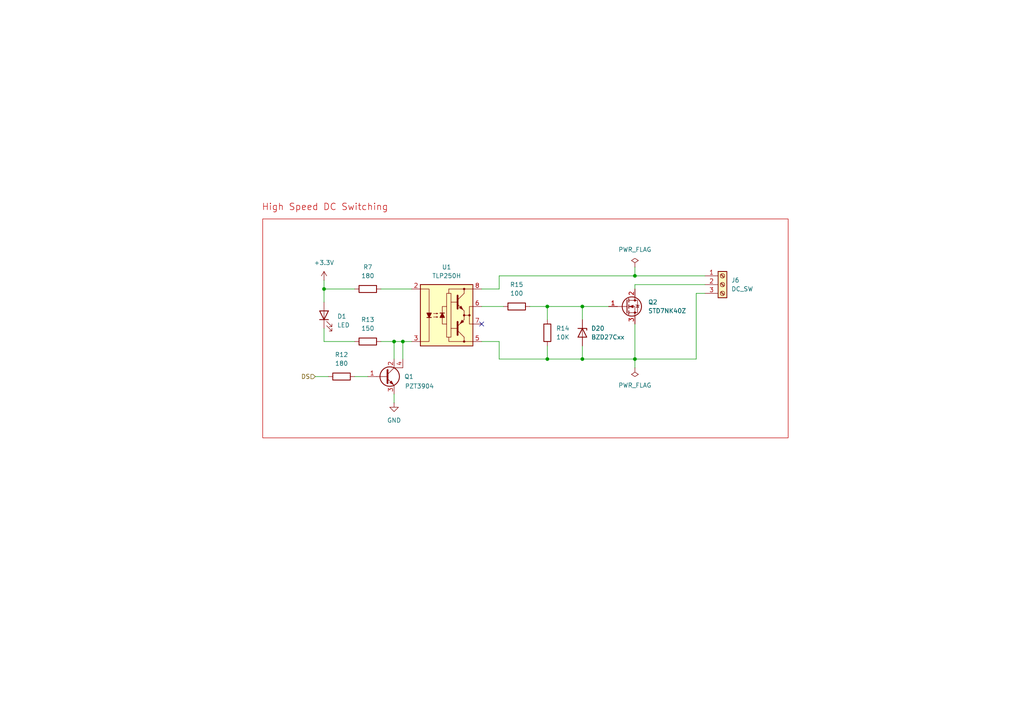
<source format=kicad_sch>
(kicad_sch (version 20250114) (generator "eeschema") (generator_version "9.0")
  (paper "A4")
  (lib_symbols
    (symbol "Connector:Screw_Terminal_01x03" (pin_names (offset 1.016) (hide yes))
      (property "Reference" "J" (at 0 5.08 0))
      (property "Value" "Screw_Terminal_01x03" (at 0 -5.08 0))
      (symbol "Screw_Terminal_01x03_1_1"
        (rectangle (start -1.27 3.81) (end 1.27 -3.81) (stroke (width 0.254)) (fill (type background)))
        (polyline (pts (xy -0.5334 2.8702) (xy 0.3302 2.032)) (stroke (width 0.1524)))
        (polyline (pts (xy -0.5334 0.3302) (xy 0.3302 -0.508)) (stroke (width 0.1524)))
        (polyline (pts (xy -0.5334 -2.2098) (xy 0.3302 -3.048)) (stroke (width 0.1524)))
        (polyline (pts (xy -0.3556 3.048) (xy 0.508 2.2098)) (stroke (width 0.1524)))
        (polyline (pts (xy -0.3556 0.508) (xy 0.508 -0.3302)) (stroke (width 0.1524)))
        (polyline (pts (xy -0.3556 -2.032) (xy 0.508 -2.8702)) (stroke (width 0.1524)))
        (circle (center 0 2.54) (radius 0.635) (stroke (width 0.1524)))
        (circle (center 0 0) (radius 0.635) (stroke (width 0.1524)))
        (circle (center 0 -2.54) (radius 0.635) (stroke (width 0.1524)))
        (pin passive line (at -5.08 2.54 0) (length 3.81) (name "Pin_1") (number "1"))
        (pin passive line (at -5.08 0 0) (length 3.81) (name "Pin_2") (number "2"))
        (pin passive line (at -5.08 -2.54 0) (length 3.81) (name "Pin_3") (number "3"))
      )
    )
    (symbol "Device:LED" (pin_numbers (hide yes)) (pin_names (offset 1.016) (hide yes))
      (property "Reference" "D" (at 0 2.54 0))
      (property "Value" "LED" (at 0 -2.54 0))
      (symbol "LED_0_1"
        (polyline (pts (xy -3.048 -0.762) (xy -4.572 -2.286) (xy -3.81 -2.286) (xy -4.572 -2.286) (xy -4.572 -1.524)))
        (polyline (pts (xy -1.778 -0.762) (xy -3.302 -2.286) (xy -2.54 -2.286) (xy -3.302 -2.286) (xy -3.302 -1.524)))
        (polyline (pts (xy -1.27 0) (xy 1.27 0)))
        (polyline (pts (xy -1.27 -1.27) (xy -1.27 1.27)) (stroke (width 0.254)))
        (polyline (pts (xy 1.27 -1.27) (xy 1.27 1.27) (xy -1.27 0) (xy 1.27 -1.27)) (stroke (width 0.254)))
      )
      (symbol "LED_1_1"
        (pin passive line (at -3.81 0 0) (length 2.54) (name "K") (number "1"))
        (pin passive line (at 3.81 0 180) (length 2.54) (name "A") (number "2"))
      )
    )
    (symbol "Device:R" (pin_numbers (hide yes)) (pin_names (offset 0))
      (property "Reference" "R" (at 2.032 0 90))
      (property "Value" "R" (at 0 0 90))
      (symbol "R_0_1"
        (rectangle (start -1.016 -2.54) (end 1.016 2.54) (stroke (width 0.254)))
      )
      (symbol "R_1_1"
        (pin passive line (at 0 3.81 270) (length 1.27) (name "~") (number "1"))
        (pin passive line (at 0 -3.81 90) (length 1.27) (name "~") (number "2"))
      )
    )
    (symbol "Diode:BZD27Cxx" (pin_numbers (hide yes)) (pin_names (hide yes))
      (property "Reference" "D" (at 0 2.54 0))
      (property "Value" "BZD27Cxx" (at 0 -2.54 0))
      (symbol "BZD27Cxx_0_1"
        (polyline (pts (xy -1.27 -1.27) (xy -1.27 1.27) (xy -0.762 1.27)) (stroke (width 0.254)))
        (polyline (pts (xy 1.27 0) (xy -1.27 0)))
        (polyline (pts (xy 1.27 -1.27) (xy 1.27 1.27) (xy -1.27 0) (xy 1.27 -1.27)) (stroke (width 0.254)))
      )
      (symbol "BZD27Cxx_1_1"
        (pin passive line (at -3.81 0 0) (length 2.54) (name "K") (number "1"))
        (pin passive line (at 3.81 0 180) (length 2.54) (name "A") (number "2"))
      )
    )
    (symbol "Driver_FET:TLP250" (pin_names (hide yes))
      (property "Reference" "U" (at 0 12.7 0))
      (property "Value" "TLP250" (at 0 10.16 0))
      (symbol "TLP250_0_1"
        (rectangle (start -7.62 8.89) (end 7.62 -8.89) (stroke (width 0.254)) (fill (type background)))
        (polyline (pts (xy -7.62 7.62) (xy -5.08 7.62) (xy -5.08 -7.62) (xy -7.62 -7.62)))
        (polyline (pts (xy -5.715 -0.635) (xy -4.445 -0.635)) (stroke (width 0.254)))
        (polyline (pts (xy -5.08 -0.635) (xy -5.715 0.635) (xy -4.445 0.635) (xy -5.08 -0.635)) (stroke (width 0.254)) (fill (type outline)))
        (polyline (pts (xy -3.81 0.508) (xy -2.54 0.508) (xy -2.921 0.381) (xy -2.921 0.635) (xy -2.54 0.508)))
        (polyline (pts (xy -3.81 -0.508) (xy -2.54 -0.508) (xy -2.921 -0.635) (xy -2.921 -0.381) (xy -2.54 -0.508)))
        (polyline (pts (xy -1.27 0.635) (xy -1.27 2.54) (xy 0 2.54)))
        (polyline (pts (xy -1.27 0.635) (xy -0.635 -0.635) (xy -1.905 -0.635) (xy -1.27 0.635)) (stroke (width 0.254)) (fill (type outline)))
        (polyline (pts (xy -1.27 -0.635) (xy -1.27 -2.54) (xy 0 -2.54)))
        (polyline (pts (xy -0.635 0.635) (xy -1.905 0.635)) (stroke (width 0.254)))
        (rectangle (start 0.635 6.35) (end 0.635 7.62))
        (rectangle (start 0.635 6.35) (end 0.635 6.35))
        (polyline (pts (xy 0.635 -6.35) (xy 0.635 -7.62) (xy 7.62 -7.62)))
        (polyline (pts (xy 1.27 6.35) (xy 1.27 -6.35) (xy 0 -6.35) (xy 0 6.35) (xy 1.27 6.35)))
        (polyline (pts (xy 3.048 3.81) (xy 1.27 3.81)))
        (polyline (pts (xy 3.048 -3.81) (xy 1.27 -3.81)))
        (polyline (pts (xy 3.175 5.715) (xy 3.175 1.905) (xy 3.175 1.905)) (stroke (width 0.508)))
        (polyline (pts (xy 3.175 4.445) (xy 5.08 6.35)))
        (polyline (pts (xy 3.175 -4.445) (xy 5.08 -6.35)))
        (polyline (pts (xy 3.175 -5.715) (xy 3.175 -1.905) (xy 3.175 -1.905)) (stroke (width 0.508)))
        (polyline (pts (xy 3.683 2.159) (xy 4.191 2.667) (xy 4.699 1.651) (xy 3.683 2.159) (xy 3.683 2.159)) (fill (type outline)))
        (polyline (pts (xy 4.953 -1.905) (xy 4.445 -1.397) (xy 3.937 -2.413) (xy 4.953 -1.905) (xy 4.953 -1.905)) (fill (type outline)))
        (circle (center 5.08 7.62) (radius 0.254) (fill (type outline)))
        (polyline (pts (xy 5.08 6.35) (xy 5.08 7.62)))
        (polyline (pts (xy 5.08 1.27) (xy 3.175 3.175)) (fill (type outline)))
        (rectangle (start 5.08 1.27) (end 5.08 -1.27))
        (polyline (pts (xy 5.08 0) (xy 6.604 0)))
        (circle (center 5.08 0) (radius 0.254) (fill (type outline)))
        (polyline (pts (xy 5.08 -1.27) (xy 3.175 -3.175)) (fill (type outline)))
        (polyline (pts (xy 5.08 -6.35) (xy 5.08 -7.62)))
        (circle (center 5.08 -7.62) (radius 0.254) (fill (type outline)))
        (circle (center 6.604 0) (radius 0.254) (fill (type outline)))
        (polyline (pts (xy 7.62 7.62) (xy 0.635 7.62)))
        (polyline (pts (xy 7.62 2.54) (xy 6.604 2.54) (xy 6.604 -2.54) (xy 7.62 -2.54)))
      )
      (symbol "TLP250_1_1"
        (pin passive line (at -10.16 7.62 0) (length 2.54) (name "A") (number "2"))
        (pin passive line (at -10.16 -7.62 0) (length 2.54) (name "C") (number "3"))
        (pin no_connect line (at -7.62 2.54 0) (length 2.54) (hide yes) (name "NC") (number "1"))
        (pin no_connect line (at -7.62 -2.54 0) (length 2.54) (hide yes) (name "NC") (number "4"))
        (pin power_in line (at 10.16 7.62 180) (length 2.54) (name "VCC") (number "8"))
        (pin output line (at 10.16 2.54 180) (length 2.54) (name "VO") (number "6"))
        (pin output line (at 10.16 -2.54 180) (length 2.54) (name "VO") (number "7"))
        (pin power_in line (at 10.16 -7.62 180) (length 2.54) (name "VEE") (number "5"))
      )
    )
    (symbol "Transistor_BJT:PZT3904" (pin_names (offset 0) (hide yes))
      (property "Reference" "Q" (at 5.08 1.905 0))
      (property "Value" "PZT3904" (at 5.08 0 0))
      (symbol "PZT3904_0_1"
        (polyline (pts (xy -2.54 0) (xy 0.635 0)))
        (polyline (pts (xy 0.635 1.905) (xy 0.635 -1.905)) (stroke (width 0.508)))
        (circle (center 1.27 0) (radius 2.8194) (stroke (width 0.254)))
        (polyline (pts (xy 2.54 2.54) (xy 5.08 2.54)))
      )
      (symbol "PZT3904_1_1"
        (polyline (pts (xy 0.635 0.635) (xy 2.54 2.54)))
        (polyline (pts (xy 0.635 -0.635) (xy 2.54 -2.54)))
        (polyline (pts (xy 1.27 -1.778) (xy 1.778 -1.27) (xy 2.286 -2.286) (xy 1.27 -1.778)) (fill (type outline)))
        (pin input line (at -5.08 0 0) (length 2.54) (name "B") (number "1"))
        (pin passive line (at 2.54 5.08 270) (length 2.54) (name "C") (number "2"))
        (pin passive line (at 2.54 -5.08 90) (length 2.54) (name "E") (number "3"))
        (pin passive line (at 5.08 5.08 270) (length 2.54) (name "C") (number "4"))
      )
    )
    (symbol "Transistor_FET:STD7NK40Z" (pin_names (hide yes))
      (property "Reference" "Q" (at 5.08 1.905 0))
      (property "Value" "STD7NK40Z" (at 5.08 0 0))
      (symbol "STD7NK40Z_0_1"
        (polyline (pts (xy 0.254 1.905) (xy 0.254 -1.905)) (stroke (width 0.254)))
        (polyline (pts (xy 0.254 0) (xy -2.54 0)))
        (polyline (pts (xy 0.762 2.286) (xy 0.762 1.27)) (stroke (width 0.254)))
        (polyline (pts (xy 0.762 0.508) (xy 0.762 -0.508)) (stroke (width 0.254)))
        (polyline (pts (xy 0.762 -1.27) (xy 0.762 -2.286)) (stroke (width 0.254)))
        (polyline (pts (xy 0.762 -1.778) (xy 3.302 -1.778) (xy 3.302 1.778) (xy 0.762 1.778)))
        (polyline (pts (xy 1.016 0) (xy 2.032 0.381) (xy 2.032 -0.381) (xy 1.016 0)) (fill (type outline)))
        (circle (center 1.651 0) (radius 2.794) (stroke (width 0.254)))
        (polyline (pts (xy 2.54 2.54) (xy 2.54 1.778)))
        (circle (center 2.54 1.778) (radius 0.254) (fill (type outline)))
        (circle (center 2.54 -1.778) (radius 0.254) (fill (type outline)))
        (polyline (pts (xy 2.54 -2.54) (xy 2.54 0) (xy 0.762 0)))
        (polyline (pts (xy 2.794 0.508) (xy 2.921 0.381) (xy 3.683 0.381) (xy 3.81 0.254)))
        (polyline (pts (xy 3.302 0.381) (xy 2.921 -0.254) (xy 3.683 -0.254) (xy 3.302 0.381)))
      )
      (symbol "STD7NK40Z_1_1"
        (pin passive line (at -5.08 0 0) (length 2.54) (name "G") (number "1"))
        (pin passive line (at 2.54 5.08 270) (length 2.54) (name "D") (number "2"))
        (pin passive line (at 2.54 -5.08 90) (length 2.54) (name "S") (number "3"))
      )
    )
    (symbol "power:+3.3V" (power) (pin_numbers (hide yes)) (pin_names (offset 0) (hide yes))
      (property "Value" "+3.3V" (at 0 3.556 0))
      (symbol "+3.3V_0_1"
        (polyline (pts (xy -0.762 1.27) (xy 0 2.54)))
        (polyline (pts (xy 0 2.54) (xy 0.762 1.27)))
        (polyline (pts (xy 0 0) (xy 0 2.54)))
      )
      (symbol "+3.3V_1_1"
        (pin power_in line (at 0 0 90) (length 0) (name "~") (number "1"))
      )
    )
    (symbol "power:GND" (power) (pin_numbers (hide yes)) (pin_names (offset 0) (hide yes))
      (property "Value" "GND" (at 0 -3.81 0))
      (symbol "GND_0_1"
        (polyline (pts (xy 0 0) (xy 0 -1.27) (xy 1.27 -1.27) (xy 0 -2.54) (xy -1.27 -1.27) (xy 0 -1.27)))
      )
      (symbol "GND_1_1"
        (pin power_in line (at 0 0 270) (length 0) (name "~") (number "1"))
      )
    )
    (symbol "power:PWR_FLAG" (power) (pin_numbers (hide yes)) (pin_names (offset 0) (hide yes))
      (property "Value" "PWR_FLAG" (at 0 3.81 0))
      (symbol "PWR_FLAG_0_0"
        (pin power_out line (at 0 0 90) (length 0) (name "~") (number "1"))
      )
      (symbol "PWR_FLAG_0_1"
        (polyline (pts (xy 0 0) (xy 0 1.27) (xy -1.016 1.905) (xy 0 2.54) (xy 1.016 1.905) (xy 0 1.27)))
      )
    )
  )
  (rectangle (start 76.2 63.5) (end 228.6 127) (stroke (width 0) (color 194 0 0 1)))
  (text "High Speed DC Switching " (at 94.996 60.198 0) (effects (font (size 1.905 1.905))))
  (junction (at 158.75 88.9))
  (junction (at 168.91 88.9))
  (junction (at 116.84 99.06))
  (junction (at 168.91 104.14))
  (junction (at 184.15 80.01))
  (junction (at 158.75 104.14))
  (junction (at 93.98 83.82))
  (junction (at 184.15 104.14))
  (junction (at 114.3 99.06))
  (no_connect (at 139.7 93.98))
  (wire (pts (xy 93.98 95.25) (xy 93.98 99.06)))
  (wire (pts (xy 114.3 114.3) (xy 114.3 116.84)))
  (wire (pts (xy 184.15 77.47) (xy 184.15 80.01)))
  (wire (pts (xy 158.75 88.9) (xy 168.91 88.9)))
  (wire (pts (xy 184.15 80.01) (xy 204.47 80.01)))
  (wire (pts (xy 168.91 88.9) (xy 176.53 88.9)))
  (wire (pts (xy 184.15 104.14) (xy 184.15 106.68)))
  (wire (pts (xy 114.3 99.06) (xy 114.3 104.14)))
  (wire (pts (xy 184.15 82.55) (xy 184.15 83.82)))
  (wire (pts (xy 116.84 99.06) (xy 114.3 99.06)))
  (wire (pts (xy 93.98 83.82) (xy 102.87 83.82)))
  (wire (pts (xy 144.78 83.82) (xy 139.7 83.82)))
  (wire (pts (xy 144.78 80.01) (xy 184.15 80.01)))
  (wire (pts (xy 93.98 81.28) (xy 93.98 83.82)))
  (wire (pts (xy 184.15 93.98) (xy 184.15 104.14)))
  (wire (pts (xy 102.87 109.22) (xy 106.68 109.22)))
  (wire (pts (xy 91.44 109.22) (xy 95.25 109.22)))
  (wire (pts (xy 110.49 99.06) (xy 114.3 99.06)))
  (wire (pts (xy 158.75 88.9) (xy 158.75 92.71)))
  (wire (pts (xy 201.93 85.09) (xy 204.47 85.09)))
  (wire (pts (xy 93.98 99.06) (xy 102.87 99.06)))
  (wire (pts (xy 168.91 104.14) (xy 184.15 104.14)))
  (wire (pts (xy 110.49 83.82) (xy 119.38 83.82)))
  (wire (pts (xy 184.15 104.14) (xy 201.93 104.14)))
  (wire (pts (xy 116.84 99.06) (xy 116.84 104.14)))
  (wire (pts (xy 144.78 99.06) (xy 139.7 99.06)))
  (wire (pts (xy 144.78 104.14) (xy 158.75 104.14)))
  (wire (pts (xy 201.93 104.14) (xy 201.93 85.09)))
  (wire (pts (xy 168.91 88.9) (xy 168.91 92.71)))
  (wire (pts (xy 144.78 104.14) (xy 144.78 99.06)))
  (wire (pts (xy 93.98 83.82) (xy 93.98 87.63)))
  (wire (pts (xy 119.38 99.06) (xy 116.84 99.06)))
  (wire (pts (xy 158.75 100.33) (xy 158.75 104.14)))
  (wire (pts (xy 184.15 82.55) (xy 204.47 82.55)))
  (wire (pts (xy 139.7 88.9) (xy 146.05 88.9)))
  (wire (pts (xy 144.78 80.01) (xy 144.78 83.82)))
  (wire (pts (xy 158.75 104.14) (xy 168.91 104.14)))
  (wire (pts (xy 153.67 88.9) (xy 158.75 88.9)))
  (wire (pts (xy 168.91 100.33) (xy 168.91 104.14)))
  (hierarchical_label "DS" (shape input) (at 91.44 109.22 180))
  (symbol (lib_id "Device:R") (at 149.86 88.9 90) (unit 1)
    (property "Reference" "R15" (at 149.86 82.55 90))
    (property "Value" "100" (at 149.86 85.09 90))
    (property "Footprint" "Custom_footprints:Yageo RC_L 1206" (effects (hide yes)))
    (property "Description" "Resistor" (effects (hide yes)))
    (instances (project "ac_switching" (path "" (reference "R15") (unit 1)) (path "" (reference "R44") (unit 1)) (path "" (reference "R25") (unit 1))))
  )
  (symbol (lib_id "Transistor_BJT:PZT3904") (at 111.76 109.22 0) (unit 1)
    (property "Reference" "Q1" (at 118.618 109.22 0))
    (property "Value" "PZT3904" (at 121.666 112.014 0))
    (property "Footprint" "Package_TO_SOT_SMD:SOT-223" (effects (hide yes)))
    (property "Datasheet" "https://www.onsemi.com/pdf/datasheet/pzt3904-d.pdf" (effects (hide yes)))
    (property "Description" "0.2A Ic, 40V Vce, Small Signal NPN Transistor, SOT-223" (effects (hide yes)))
    (instances (project "ac_switching" (path "" (reference "Q1") (unit 1)) (path "" (reference "Q10") (unit 1)) (path "" (reference "Q4") (unit 1))))
  )
  (symbol (lib_id "Device:R") (at 106.68 83.82 90) (unit 1)
    (property "Reference" "R7" (at 106.68 77.47 90))
    (property "Value" "180" (at 106.68 80.01 90))
    (property "Footprint" "Custom_footprints:Yageo RC_L 1206" (effects (hide yes)))
    (property "Description" "Resistor" (effects (hide yes)))
    (instances (project "ac_switching" (path "" (reference "R7") (unit 1)) (path "" (reference "R45") (unit 1)) (path "" (reference "R16") (unit 1))))
  )
  (symbol (lib_id "Transistor_FET:STD7NK40Z") (at 181.61 88.9 0) (unit 1)
    (property "Reference" "Q2" (at 187.96 87.6299 0) (effects (justify left)))
    (property "Value" "STD7NK40Z" (at 187.96 90.1699 0) (effects (justify left)))
    (property "Footprint" "Package_TO_SOT_SMD:TO-252-2" (effects (hide yes)))
    (property "Datasheet" "https://www.st.com/resource/en/datasheet/std7nk40zt4.pdf" (effects (hide yes)))
    (property "Description" "5.4A Id, 400V Vds, N-Channel MOSFET, 1Ohm Ron, DPAK" (effects (hide yes)))
    (instances (project "ac_switching" (path "" (reference "Q2") (unit 1)) (path "" (reference "Q11") (unit 1)) (path "" (reference "Q5") (unit 1))))
  )
  (symbol (lib_id "Device:LED") (at 93.98 91.44 90) (unit 1)
    (property "Reference" "D1" (at 97.79 91.7574 90) (effects (justify right)))
    (property "Value" "LED" (at 97.79 94.2974 90) (effects (justify right)))
    (property "Footprint" "Custom_footprints:Lite On LTST-C150" (effects (hide yes)))
    (property "Description" "Light emitting diode" (effects (hide yes)))
    (property "Sim.Pins" "1=K 2=A" (effects (hide yes)))
    (instances (project "ac_switching" (path "" (reference "D1") (unit 1)) (path "" (reference "D16") (unit 1)) (path "" (reference "D8") (unit 1))))
  )
  (symbol (lib_id "Device:R") (at 158.75 96.52 0) (unit 1)
    (property "Reference" "R14" (at 161.29 95.2499 0) (effects (justify left)))
    (property "Value" "10K" (at 161.29 97.7899 0) (effects (justify left)))
    (property "Footprint" "Custom_footprints:Yageo RC_L 1206" (effects (hide yes)))
    (property "Description" "Resistor" (effects (hide yes)))
    (instances (project "ac_switching" (path "" (reference "R14") (unit 1)) (path "" (reference "R43") (unit 1)) (path "" (reference "R26") (unit 1))))
  )
  (symbol (lib_id "power:PWR_FLAG") (at 184.15 77.47 0) (unit 1)
    (property "Reference" "#FLG03" (effects (hide yes)))
    (property "Value" "PWR_FLAG" (at 184.15 72.39 0))
    (property "Description" "Special symbol for telling ERC where power comes from" (effects (hide yes)))
    (instances (project "ac_switching" (path "" (reference "#FLG03") (unit 1)) (path "" (reference "#FLG07") (unit 1)) (path "" (reference "#FLG05") (unit 1))))
  )
  (symbol (lib_id "power:GND") (at 114.3 116.84 0) (unit 1)
    (property "Reference" "#PWR015" (effects (hide yes)))
    (property "Value" "GND" (at 114.3 121.92 0))
    (property "Description" "Power symbol creates a global label with name \"GND\" , ground" (effects (hide yes)))
    (instances (project "ac_switching" (path "" (reference "#PWR015") (unit 1)) (path "" (reference "#PWR025") (unit 1)) (path "" (reference "#PWR023") (unit 1))))
  )
  (symbol (lib_id "Connector:Screw_Terminal_01x03") (at 209.55 82.55 0) (unit 1)
    (property "Reference" "J6" (at 212.09 81.2799 0) (effects (justify left)))
    (property "Value" "DC_SW" (at 212.09 83.8199 0) (effects (justify left)))
    (property "Footprint" "Custom_footprints:TerminalBlock_bornier-3_P5.08mm" (effects (hide yes)))
    (property "Description" "Generic screw terminal, single row, 01x03, script generated (kicad-library-utils/schlib/autogen/connector/)" (effects (hide yes)))
    (instances (project "ac_switching" (path "" (reference "J6") (unit 1)) (path "" (reference "J10") (unit 1)) (path "" (reference "J8") (unit 1))))
  )
  (symbol (lib_id "Device:R") (at 106.68 99.06 270) (unit 1)
    (property "Reference" "R13" (at 106.68 92.71 90))
    (property "Value" "150" (at 106.68 95.25 90))
    (property "Footprint" "Custom_footprints:Yageo RC_L 1206" (effects (hide yes)))
    (property "Description" "Resistor" (effects (hide yes)))
    (instances (project "ac_switching" (path "" (reference "R13") (unit 1)) (path "" (reference "R42") (unit 1)) (path "" (reference "R24") (unit 1))))
  )
  (symbol (lib_id "Device:R") (at 99.06 109.22 270) (unit 1)
    (property "Reference" "R12" (at 99.06 102.87 90))
    (property "Value" "180" (at 99.06 105.41 90))
    (property "Footprint" "Custom_footprints:Yageo RC_L 1206" (effects (hide yes)))
    (property "Description" "Resistor" (effects (hide yes)))
    (instances (project "ac_switching" (path "" (reference "R12") (unit 1)) (path "" (reference "R41") (unit 1)) (path "" (reference "R23") (unit 1))))
  )
  (symbol (lib_id "Diode:BZD27Cxx") (at 168.91 96.52 270) (unit 1)
    (property "Reference" "D20" (at 171.45 95.2499 90) (effects (justify left)))
    (property "Value" "BZD27Cxx" (at 171.45 97.7899 90) (effects (justify left)))
    (property "Footprint" "Diode_SMD:D_SMF" (effects (hide yes)))
    (property "Datasheet" "https://www.vishay.com/docs/85153/bzd27series.pdf" (effects (hide yes)))
    (property "Description" "800mW Zener Diode, 3.6-200V, SMF" (effects (hide yes)))
    (instances (project "ac_switching" (path "" (reference "D20") (unit 1)) (path "" (reference "D22") (unit 1)) (path "" (reference "D21") (unit 1))))
  )
  (symbol (lib_id "Driver_FET:TLP250") (at 129.54 91.44 0) (unit 1)
    (property "Reference" "U1" (at 129.54 77.47 0))
    (property "Value" "TLP250H" (at 129.54 80.01 0))
    (property "Footprint" "Package_DIP:DIP-8_W7.62mm" (effects (hide yes)))
    (property "Datasheet" "http://toshiba.semicon-storage.com/info/docget.jsp?did=16821&prodName=TLP250" (effects (hide yes)))
    (property "Description" "Gate Drive Optocoupler, Output Current 1.5/1.5A, DIP-8" (effects (hide yes)))
    (instances (project "ac_switching" (path "" (reference "U1") (unit 1)) (path "" (reference "U8") (unit 1)) (path "" (reference "U3") (unit 1))))
  )
  (symbol (lib_id "power:+3.3V") (at 93.98 81.28 0) (unit 1)
    (property "Reference" "#PWR014" (effects (hide yes)))
    (property "Value" "+3.3V" (at 93.98 76.2 0))
    (property "Description" "Power symbol creates a global label with name \"+3.3V\"" (effects (hide yes)))
    (instances (project "ac_switching" (path "" (reference "#PWR014") (unit 1)) (path "" (reference "#PWR024") (unit 1)) (path "" (reference "#PWR022") (unit 1))))
  )
  (symbol (lib_id "power:PWR_FLAG") (at 184.15 106.68 180) (unit 1)
    (property "Reference" "#FLG04" (effects (hide yes)))
    (property "Value" "PWR_FLAG" (at 184.15 111.76 0))
    (property "Description" "Special symbol for telling ERC where power comes from" (effects (hide yes)))
    (instances (project "ac_switching" (path "" (reference "#FLG04") (unit 1)) (path "" (reference "#FLG08") (unit 1)) (path "" (reference "#FLG06") (unit 1))))
  )
)
</source>
